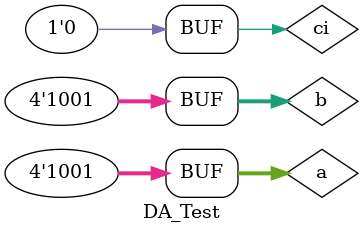
<source format=v>
`timescale 1ns / 1ps


module DA_Test;

	// Inputs
	reg [3:0] a;
	reg [3:0] b;
	reg ci;

	// Outputs
	wire [3:0] s;
	wire co;

	// Instantiate the Unit Under Test (UUT)
	DecimalAdder uut (
		.a(a), 
		.b(b), 
		.ci(ci), 
		.s(s), 
		.co(co)
	);

	initial begin
		// Initialize Inputs
		a = 0;
		b = 0;
		ci = 0;

		// Wait 100 ns for global reset to finish
		#100 a=4'd1; b=4'd0;
		#100 a=4'd2; b=4'd1;
		#100 a=4'd1; b=4'd4;
		#100 a=4'd4; b=4'd3;
		#100 a=4'd2; b=4'd7;
		#100 a=4'd5; b=4'd5;
		#100 a=4'd7; b=4'd4;
		#100 a=4'd9; b=4'd6;
		#100 a=4'd9; b=4'd9;
        
		// Add stimulus here

	end
      
endmodule


</source>
